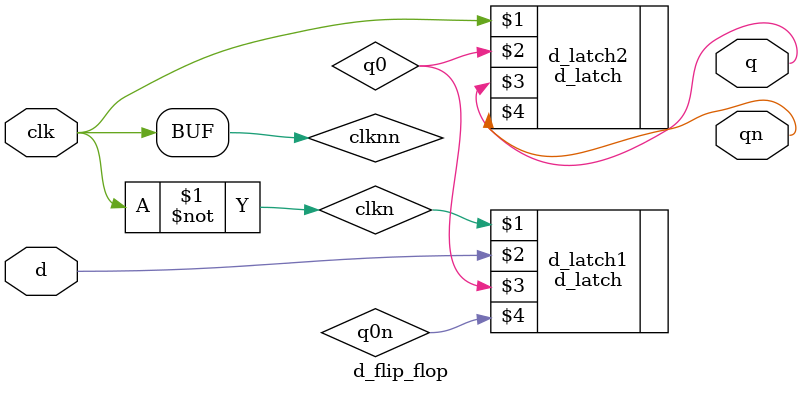
<source format=v>

`timescale 1ns / 1ps

module d_flip_flop(
    input clk,
    input d,
    output q,
    output qn
    );

// Internal wires
wire q0, q0n;
wire clkn, clknn;

// NOT(OUT, IN)
not inv1(clkn, clk);
not inv2(clknn, clkn);

// D_LATCH(c, d, q, qn)
d_latch d_latch1(clkn, d, q0 ,q0n);     // Master D-Latch
d_latch d_latch2(clknn, q0, q ,qn);     // Slave D-Latch
    
endmodule

</source>
